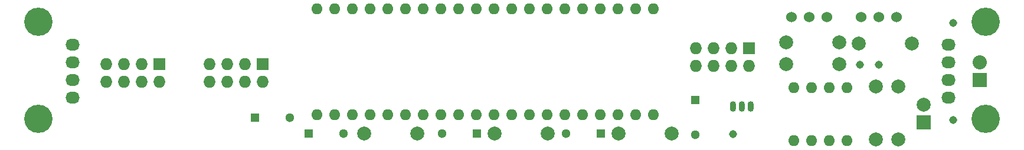
<source format=gbs>
G04 #@! TF.FileFunction,Soldermask,Bot*
%FSLAX46Y46*%
G04 Gerber Fmt 4.6, Leading zero omitted, Abs format (unit mm)*
G04 Created by KiCad (PCBNEW 4.0.2-stable) date Wed 13 Apr 2016 05:19:08 PM PDT*
%MOMM*%
G01*
G04 APERTURE LIST*
%ADD10C,0.100000*%
%ADD11C,1.143000*%
%ADD12C,4.064000*%
%ADD13O,1.600000X1.600000*%
%ADD14R,1.727200X1.727200*%
%ADD15O,1.727200X1.727200*%
%ADD16O,0.899160X1.501140*%
%ADD17C,1.524000*%
%ADD18C,1.998980*%
%ADD19R,2.032000X2.032000*%
%ADD20O,2.032000X2.032000*%
%ADD21R,2.000000X2.000000*%
%ADD22C,2.000000*%
%ADD23R,1.300000X1.300000*%
%ADD24C,1.300000*%
%ADD25O,2.032000X1.727200*%
G04 APERTURE END LIST*
D10*
D11*
X185100000Y-109000000D03*
D12*
X67310000Y-102870000D03*
D13*
X155500000Y-101000000D03*
X152960000Y-101000000D03*
X150420000Y-101000000D03*
X147880000Y-101000000D03*
X145340000Y-101000000D03*
X142800000Y-101000000D03*
X140260000Y-101000000D03*
X137720000Y-101000000D03*
X135180000Y-101000000D03*
X132640000Y-101000000D03*
X130100000Y-101000000D03*
X127560000Y-101000000D03*
X125020000Y-101000000D03*
X122480000Y-101000000D03*
X119940000Y-101000000D03*
X117400000Y-101000000D03*
X114860000Y-101000000D03*
X112320000Y-101000000D03*
X109780000Y-101000000D03*
X107240000Y-101000000D03*
X107240000Y-116240000D03*
X109780000Y-116240000D03*
X112320000Y-116240000D03*
X114860000Y-116240000D03*
X117400000Y-116240000D03*
X119940000Y-116240000D03*
X122480000Y-116240000D03*
X125020000Y-116240000D03*
X127560000Y-116240000D03*
X130100000Y-116240000D03*
X132640000Y-116240000D03*
X135180000Y-116240000D03*
X137720000Y-116240000D03*
X140260000Y-116240000D03*
X142800000Y-116240000D03*
X145340000Y-116240000D03*
X147880000Y-116240000D03*
X150420000Y-116240000D03*
X152960000Y-116240000D03*
X155500000Y-116240000D03*
D14*
X169189400Y-106680000D03*
D15*
X169189400Y-109220000D03*
X166649400Y-106680000D03*
X166649400Y-109220000D03*
X164109400Y-106680000D03*
X164109400Y-109220000D03*
X161569400Y-106680000D03*
X161569400Y-109220000D03*
D16*
X168198800Y-115036600D03*
X166928800Y-115036600D03*
X169468800Y-115036600D03*
D13*
X175691800Y-119989600D03*
X178231800Y-119989600D03*
X180771800Y-119989600D03*
X183311800Y-119989600D03*
X183311800Y-112369600D03*
X180771800Y-112369600D03*
X178231800Y-112369600D03*
X175691800Y-112369600D03*
D11*
X187807600Y-109000000D03*
X166903400Y-119024400D03*
X198500000Y-117000000D03*
X198500000Y-103000000D03*
D17*
X177850800Y-102158800D03*
X180390800Y-102158800D03*
X175310800Y-102158800D03*
D18*
X187426600Y-112166400D03*
X187426600Y-119786400D03*
X182194200Y-105841800D03*
X174574200Y-105841800D03*
X174574200Y-108966000D03*
X182194200Y-108966000D03*
X190601600Y-119761000D03*
X190601600Y-112141000D03*
X184937400Y-105968800D03*
X192557400Y-105968800D03*
X140360400Y-118948200D03*
X132740400Y-118948200D03*
X114020600Y-118948200D03*
X121640600Y-118948200D03*
X158165800Y-118948200D03*
X150545800Y-118948200D03*
D19*
X202285600Y-111226600D03*
D20*
X202285600Y-108686600D03*
D21*
X194284600Y-117348000D03*
D22*
X194284600Y-114808000D03*
D23*
X130175000Y-118897400D03*
D24*
X125175000Y-118897400D03*
D23*
X98348800Y-116636800D03*
D24*
X103348800Y-116636800D03*
D23*
X106095800Y-118973600D03*
D24*
X111095800Y-118973600D03*
D23*
X147955000Y-118948200D03*
D24*
X142955000Y-118948200D03*
D23*
X161493200Y-114122200D03*
D24*
X161493200Y-119122200D03*
D17*
X187807600Y-102158800D03*
X190347600Y-102158800D03*
X185267600Y-102158800D03*
D14*
X99441000Y-108940600D03*
D15*
X99441000Y-111480600D03*
X96901000Y-108940600D03*
X96901000Y-111480600D03*
X94361000Y-108940600D03*
X94361000Y-111480600D03*
X91821000Y-108940600D03*
X91821000Y-111480600D03*
D14*
X84607400Y-108940600D03*
D15*
X84607400Y-111480600D03*
X82067400Y-108940600D03*
X82067400Y-111480600D03*
X79527400Y-108940600D03*
X79527400Y-111480600D03*
X76987400Y-108940600D03*
X76987400Y-111480600D03*
D25*
X197865000Y-113810000D03*
X197865000Y-111270000D03*
X197865000Y-108730000D03*
X197865000Y-106190000D03*
X72160000Y-106190000D03*
X72160000Y-108730000D03*
X72160000Y-111270000D03*
X72160000Y-113810000D03*
X72160000Y-113810000D03*
X72160000Y-111270000D03*
X72160000Y-108730000D03*
X72160000Y-106190000D03*
D12*
X203200000Y-102870000D03*
X203200000Y-116840000D03*
X67310000Y-116840000D03*
M02*

</source>
